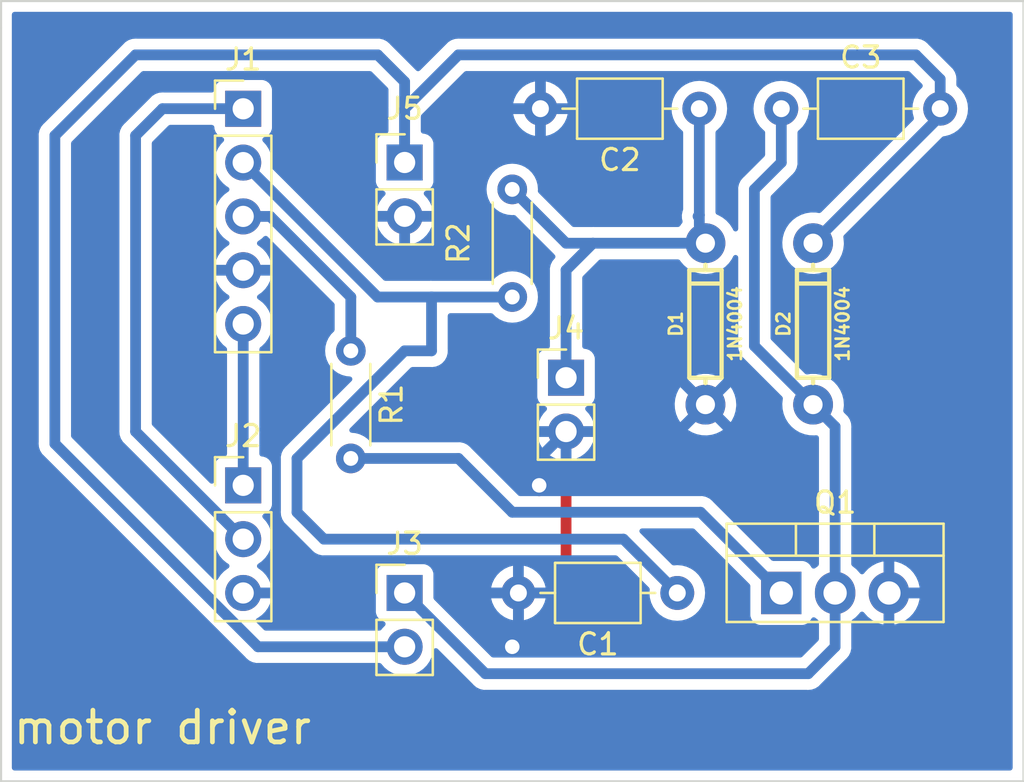
<source format=kicad_pcb>
(kicad_pcb (version 20211014) (generator pcbnew)
  (layers (0 "F.Cu" signal) (31 "B.Cu" signal) (34 "B.Paste" user) (35 "F.Paste" user) (36 "B.SilkS" user "B.Silkscreen") (37 "F.SilkS" user "F.Silkscreen") (38 "B.Mask" user) (39 "F.Mask" user) (44 "Edge.Cuts" user))
  (net 0 "")
  (net 1 "Net-(C1-Pad1)")
  (net 2 "GND")
  (net 3 "Net-(C2-Pad1)")
  (net 4 "Net-(C3-Pad1)")
  (net 5 "Net-(C3-Pad2)")
  (net 6 "Net-(J1-Pad1)")
  (net 7 "Net-(J1-Pad3)")
  (net 8 "VCC")
  (net 9 "Net-(Q1-Pad1)")
  (footprint "Connector_PinHeader_2.54mm:PinHeader_1x02_P2.54mm_Vertical" (layer "F.Cu") (at 99.06 55.88)
    (fp_text reference "J5" (at 0 -2.54) (layer "F.SilkS"))
    (fp_text value "BAT")
    (fp_line (start -1.33 3.87) (end 1.33 3.87) (layer "F.SilkS") (width 0.12))
    (fp_line (start -1.33 1.27) (end -1.33 3.87) (layer "F.SilkS") (width 0.12))
    (fp_line (start -1.33 -1.33) (end 0 -1.33) (layer "F.SilkS") (width 0.12))
    (fp_line (start 1.33 1.27) (end 1.33 3.87) (layer "F.SilkS") (width 0.12))
    (fp_line (start -1.33 0) (end -1.33 -1.33) (layer "F.SilkS") (width 0.12))
    (fp_line (start -1.33 1.27) (end 1.33 1.27) (layer "F.SilkS") (width 0.12))
    (pad "1" thru_hole rect (at 0 0) (size 1.7 1.7) (drill 1) (layers *.Cu *.Mask) (net 5 "Net-(C3-Pad2)"))
    (pad "2" thru_hole oval (at 0 2.54) (size 1.7 1.7) (drill 1) (layers *.Cu *.Mask) (net 2 "GND"))
  )
  (footprint "Connector_PinHeader_2.54mm:PinHeader_1x02_P2.54mm_Vertical" (layer "F.Cu") (at 99.06 76.2)
    (fp_text reference "J3" (at 0 -2.33) (layer "F.SilkS"))
    (fp_text value "MOTOR")
    (fp_line (start -1.33 1.27) (end 1.33 1.27) (layer "F.SilkS") (width 0.12))
    (fp_line (start -1.33 -1.33) (end 0 -1.33) (layer "F.SilkS") (width 0.12))
    (fp_line (start -1.33 0) (end -1.33 -1.33) (layer "F.SilkS") (width 0.12))
    (fp_line (start -1.33 1.27) (end -1.33 3.87) (layer "F.SilkS") (width 0.12))
    (fp_line (start 1.33 1.27) (end 1.33 3.87) (layer "F.SilkS") (width 0.12))
    (fp_line (start -1.33 3.87) (end 1.33 3.87) (layer "F.SilkS") (width 0.12))
    (pad "1" thru_hole rect (at 0 0) (size 1.7 1.7) (drill 1) (layers *.Cu *.Mask) (net 4 "Net-(C3-Pad1)"))
    (pad "2" thru_hole oval (at 0 2.54) (size 1.7 1.7) (drill 1) (layers *.Cu *.Mask) (net 5 "Net-(C3-Pad2)"))
  )
  (footprint "Silicon-Custom:DIODE-1N4148" (layer "F.Cu") (at 118.34 63.5 90)
    (fp_text reference "D2" (at 0 -1.397 90) (layer "F.SilkS") (effects (font (size 0.6096 0.6096) (thickness 0.127))))
    (fp_text value "1N4004" (at 0 1.397 90) (layer "F.SilkS") (effects (font (size 0.6096 0.6096) (thickness 0.127))))
    (fp_line (start 2.54 -0.762) (end 2.54 0) (layer "F.SilkS") (width 0.2032))
    (fp_line (start -2.54 0.762) (end -2.54 0) (layer "F.SilkS") (width 0.2032))
    (fp_line (start 2.54 0) (end 2.794 0) (layer "F.SilkS") (width 0.2032))
    (fp_line (start 2.54 0.762) (end -2.54 0.762) (layer "F.SilkS") (width 0.2032))
    (fp_line (start -2.54 0) (end -2.54 -0.762) (layer "F.SilkS") (width 0.2032))
    (fp_line (start 2.54 0) (end 2.54 0.762) (layer "F.SilkS") (width 0.2032))
    (fp_line (start -2.54 -0.762) (end 2.54 -0.762) (layer "F.SilkS") (width 0.2032))
    (fp_line (start 1.905 -0.635) (end 1.905 0.635) (layer "F.SilkS") (width 0.2032))
    (fp_line (start -2.54 0) (end -2.794 0) (layer "F.SilkS") (width 0.2032))
    (pad "A" thru_hole circle locked (at -3.81 0 90) (size 1.8796 1.8796) (drill 0.89916) (layers *.Cu *.Mask) (net 4 "Net-(C3-Pad1)"))
    (pad "C" thru_hole circle locked (at 3.81 0 90) (size 1.8796 1.8796) (drill 0.89916) (layers *.Cu *.Mask) (net 5 "Net-(C3-Pad2)"))
  )
  (footprint "Capacitor_THT:C_Axial_L3.8mm_D2.6mm_P7.50mm_Horizontal" (layer "F.Cu") (at 116.84 53.34)
    (fp_text reference "C3" (at 3.75 -2.42) (layer "F.SilkS"))
    (fp_text value "0.1u")
    (fp_line (start 1.04 0) (end 1.73 0) (layer "F.SilkS") (width 0.12))
    (fp_line (start 1.73 -1.42) (end 1.73 1.42) (layer "F.SilkS") (width 0.12))
    (fp_line (start 6.46 0) (end 5.77 0) (layer "F.SilkS") (width 0.12))
    (fp_line (start 5.77 1.42) (end 5.77 -1.42) (layer "F.SilkS") (width 0.12))
    (fp_line (start 1.73 1.42) (end 5.77 1.42) (layer "F.SilkS") (width 0.12))
    (fp_line (start 5.77 -1.42) (end 1.73 -1.42) (layer "F.SilkS") (width 0.12))
    (pad "1" thru_hole circle (at 0 0) (size 1.6 1.6) (drill 0.8) (layers *.Cu *.Mask) (net 4 "Net-(C3-Pad1)"))
    (pad "2" thru_hole oval (at 7.5 0) (size 1.6 1.6) (drill 0.8) (layers *.Cu *.Mask) (net 5 "Net-(C3-Pad2)"))
  )
  (footprint "Connector_PinHeader_2.54mm:PinHeader_1x03_P2.54mm_Vertical" (layer "F.Cu") (at 91.44 71.12)
    (fp_text reference "J2" (at 0 -2.33) (layer "F.SilkS"))
    (fp_text value "POT")
    (fp_line (start -1.33 1.27) (end 1.33 1.27) (layer "F.SilkS") (width 0.12))
    (fp_line (start 1.33 1.27) (end 1.33 6.41) (layer "F.SilkS") (width 0.12))
    (fp_line (start -1.33 6.41) (end 1.33 6.41) (layer "F.SilkS") (width 0.12))
    (fp_line (start -1.33 1.27) (end -1.33 6.41) (layer "F.SilkS") (width 0.12))
    (fp_line (start -1.33 0) (end -1.33 -1.33) (layer "F.SilkS") (width 0.12))
    (fp_line (start -1.33 -1.33) (end 0 -1.33) (layer "F.SilkS") (width 0.12))
    (pad "1" thru_hole rect (at 0 0) (size 1.7 1.7) (drill 1) (layers *.Cu *.Mask) (net 8 "VCC"))
    (pad "2" thru_hole oval (at 0 2.54) (size 1.7 1.7) (drill 1) (layers *.Cu *.Mask) (net 6 "Net-(J1-Pad1)"))
    (pad "3" thru_hole oval (at 0 5.08) (size 1.7 1.7) (drill 1) (layers *.Cu *.Mask) (net 2 "GND"))
  )
  (footprint "Package_TO_SOT_THT:TO-220-3_Vertical" (layer "F.Cu") (at 116.84 76.2)
    (fp_text reference "Q1" (at 2.54 -4.27) (layer "F.SilkS"))
    (fp_text value "2SK2341")
    (fp_line (start 4.391 -3.27) (end 4.391 -1.76) (layer "F.SilkS") (width 0.12))
    (fp_line (start 7.66 -3.27) (end 7.66 1.371) (layer "F.SilkS") (width 0.12))
    (fp_line (start -2.58 -3.27) (end -2.58 1.371) (layer "F.SilkS") (width 0.12))
    (fp_line (start 0.69 -3.27) (end 0.69 -1.76) (layer "F.SilkS") (width 0.12))
    (fp_line (start -2.58 1.371) (end 7.66 1.371) (layer "F.SilkS") (width 0.12))
    (fp_line (start -2.58 -1.76) (end 7.66 -1.76) (layer "F.SilkS") (width 0.12))
    (fp_line (start -2.58 -3.27) (end 7.66 -3.27) (layer "F.SilkS") (width 0.12))
    (pad "1" thru_hole rect (at 0 0) (size 1.905 2) (drill 1.1) (layers *.Cu *.Mask) (net 9 "Net-(Q1-Pad1)"))
    (pad "2" thru_hole oval (at 2.54 0) (size 1.905 2) (drill 1.1) (layers *.Cu *.Mask) (net 4 "Net-(C3-Pad1)"))
    (pad "3" thru_hole oval (at 5.08 0) (size 1.905 2) (drill 1.1) (layers *.Cu *.Mask) (net 2 "GND"))
  )
  (footprint "Silicon-Custom:DIODE-1N4148" (layer "F.Cu") (at 113.26 63.5 90)
    (fp_text reference "D1" (at 0 -1.397 90) (layer "F.SilkS") (effects (font (size 0.6096 0.6096) (thickness 0.127))))
    (fp_text value "1N4004" (at 0 1.397 90) (layer "F.SilkS") (effects (font (size 0.6096 0.6096) (thickness 0.127))))
    (fp_line (start 2.54 -0.762) (end 2.54 0) (layer "F.SilkS") (width 0.2032))
    (fp_line (start -2.54 0.762) (end -2.54 0) (layer "F.SilkS") (width 0.2032))
    (fp_line (start 2.54 0) (end 2.794 0) (layer "F.SilkS") (width 0.2032))
    (fp_line (start 2.54 0) (end 2.54 0.762) (layer "F.SilkS") (width 0.2032))
    (fp_line (start 1.905 -0.635) (end 1.905 0.635) (layer "F.SilkS") (width 0.2032))
    (fp_line (start -2.54 -0.762) (end 2.54 -0.762) (layer "F.SilkS") (width 0.2032))
    (fp_line (start 2.54 0.762) (end -2.54 0.762) (layer "F.SilkS") (width 0.2032))
    (fp_line (start -2.54 0) (end -2.54 -0.762) (layer "F.SilkS") (width 0.2032))
    (fp_line (start -2.54 0) (end -2.794 0) (layer "F.SilkS") (width 0.2032))
    (pad "A" thru_hole circle locked (at -3.81 0 90) (size 1.8796 1.8796) (drill 0.89916) (layers *.Cu *.Mask) (net 2 "GND"))
    (pad "C" thru_hole circle locked (at 3.81 0 90) (size 1.8796 1.8796) (drill 0.89916) (layers *.Cu *.Mask) (net 3 "Net-(C2-Pad1)"))
  )
  (footprint "Capacitor_THT:C_Axial_L3.8mm_D2.6mm_P7.50mm_Horizontal" (layer "F.Cu") (at 112.97 53.34 180)
    (fp_text reference "C2" (at 3.75 -2.42) (layer "F.SilkS"))
    (fp_text value "0.1u")
    (fp_line (start 1.04 0) (end 1.73 0) (layer "F.SilkS") (width 0.12))
    (fp_line (start 5.77 1.42) (end 5.77 -1.42) (layer "F.SilkS") (width 0.12))
    (fp_line (start 1.73 -1.42) (end 1.73 1.42) (layer "F.SilkS") (width 0.12))
    (fp_line (start 6.46 0) (end 5.77 0) (layer "F.SilkS") (width 0.12))
    (fp_line (start 1.73 1.42) (end 5.77 1.42) (layer "F.SilkS") (width 0.12))
    (fp_line (start 5.77 -1.42) (end 1.73 -1.42) (layer "F.SilkS") (width 0.12))
    (pad "1" thru_hole circle (at 0 0 180) (size 1.6 1.6) (drill 0.8) (layers *.Cu *.Mask) (net 3 "Net-(C2-Pad1)"))
    (pad "2" thru_hole oval (at 7.5 0 180) (size 1.6 1.6) (drill 0.8) (layers *.Cu *.Mask) (net 2 "GND"))
  )
  (footprint "Connector_PinHeader_2.54mm:PinHeader_1x02_P2.54mm_Vertical" (layer "F.Cu") (at 106.68 66.04)
    (fp_text reference "J4" (at 0 -2.33) (layer "F.SilkS"))
    (fp_text value "TACHO")
    (fp_line (start -1.33 -1.33) (end 0 -1.33) (layer "F.SilkS") (width 0.12))
    (fp_line (start -1.33 0) (end -1.33 -1.33) (layer "F.SilkS") (width 0.12))
    (fp_line (start -1.33 3.87) (end 1.33 3.87) (layer "F.SilkS") (width 0.12))
    (fp_line (start 1.33 1.27) (end 1.33 3.87) (layer "F.SilkS") (width 0.12))
    (fp_line (start -1.33 1.27) (end -1.33 3.87) (layer "F.SilkS") (width 0.12))
    (fp_line (start -1.33 1.27) (end 1.33 1.27) (layer "F.SilkS") (width 0.12))
    (pad "1" thru_hole rect (at 0 0) (size 1.7 1.7) (drill 1) (layers *.Cu *.Mask) (net 3 "Net-(C2-Pad1)"))
    (pad "2" thru_hole oval (at 0 2.54) (size 1.7 1.7) (drill 1) (layers *.Cu *.Mask) (net 2 "GND"))
  )
  (footprint "Connector_PinHeader_2.54mm:PinHeader_1x05_P2.54mm_Vertical" (layer "F.Cu") (at 91.44 53.345)
    (fp_text reference "J1" (at 0 -2.33) (layer "F.SilkS"))
    (fp_text value "ARDUINO")
    (fp_line (start 1.33 1.27) (end 1.33 11.49) (layer "F.SilkS") (width 0.12))
    (fp_line (start -1.33 -1.33) (end 0 -1.33) (layer "F.SilkS") (width 0.12))
    (fp_line (start -1.33 11.49) (end 1.33 11.49) (layer "F.SilkS") (width 0.12))
    (fp_line (start -1.33 0) (end -1.33 -1.33) (layer "F.SilkS") (width 0.12))
    (fp_line (start -1.33 1.27) (end 1.33 1.27) (layer "F.SilkS") (width 0.12))
    (fp_line (start -1.33 1.27) (end -1.33 11.49) (layer "F.SilkS") (width 0.12))
    (pad "1" thru_hole rect (at 0 0) (size 1.7 1.7) (drill 1) (layers *.Cu *.Mask) (net 6 "Net-(J1-Pad1)"))
    (pad "2" thru_hole oval (at 0 2.54) (size 1.7 1.7) (drill 1) (layers *.Cu *.Mask) (net 1 "Net-(C1-Pad1)"))
    (pad "3" thru_hole oval (at 0 5.08) (size 1.7 1.7) (drill 1) (layers *.Cu *.Mask) (net 7 "Net-(J1-Pad3)"))
    (pad "4" thru_hole oval (at 0 7.62) (size 1.7 1.7) (drill 1) (layers *.Cu *.Mask) (net 2 "GND"))
    (pad "5" thru_hole oval (at 0 10.16) (size 1.7 1.7) (drill 1) (layers *.Cu *.Mask) (net 8 "VCC"))
  )
  (footprint "Resistor_THT:R_Axial_DIN0204_L3.6mm_D1.6mm_P5.08mm_Horizontal" (layer "F.Cu") (at 104.14 62.23 90)
    (fp_text reference "R2" (at 2.54 -2.54 90) (layer "F.SilkS"))
    (fp_text value "100k")
    (fp_line (start 0.62 -0.92) (end 4.46 -0.92) (layer "F.SilkS") (width 0.12))
    (fp_line (start 0.62 0.92) (end 4.46 0.92) (layer "F.SilkS") (width 0.12))
    (pad "1" thru_hole circle (at 0 0 90) (size 1.4 1.4) (drill 0.7) (layers *.Cu *.Mask) (net 1 "Net-(C1-Pad1)"))
    (pad "2" thru_hole oval (at 5.08 0 90) (size 1.4 1.4) (drill 0.7) (layers *.Cu *.Mask) (net 3 "Net-(C2-Pad1)"))
  )
  (footprint "Resistor_THT:R_Axial_DIN0204_L3.6mm_D1.6mm_P5.08mm_Horizontal" (layer "F.Cu") (at 96.52 64.77 -90)
    (fp_text reference "R1" (at 2.54 -1.92 90) (layer "F.SilkS"))
    (fp_text value "1.5k")
    (fp_line (start 0.62 0.92) (end 4.46 0.92) (layer "F.SilkS") (width 0.12))
    (fp_line (start 0.62 -0.92) (end 4.46 -0.92) (layer "F.SilkS") (width 0.12))
    (pad "1" thru_hole circle (at 0 0 270) (size 1.4 1.4) (drill 0.7) (layers *.Cu *.Mask) (net 7 "Net-(J1-Pad3)"))
    (pad "2" thru_hole oval (at 5.08 0 270) (size 1.4 1.4) (drill 0.7) (layers *.Cu *.Mask) (net 9 "Net-(Q1-Pad1)"))
  )
  (footprint "Capacitor_THT:C_Axial_L3.8mm_D2.6mm_P7.50mm_Horizontal" (layer "F.Cu") (at 111.93 76.2 180)
    (fp_text reference "C1" (at 3.75 -2.42) (layer "F.SilkS"))
    (fp_text value "0.1u")
    (fp_line (start 5.77 1.42) (end 5.77 -1.42) (layer "F.SilkS") (width 0.12))
    (fp_line (start 1.73 1.42) (end 5.77 1.42) (layer "F.SilkS") (width 0.12))
    (fp_line (start 6.46 0) (end 5.77 0) (layer "F.SilkS") (width 0.12))
    (fp_line (start 1.73 -1.42) (end 1.73 1.42) (layer "F.SilkS") (width 0.12))
    (fp_line (start 1.04 0) (end 1.73 0) (layer "F.SilkS") (width 0.12))
    (fp_line (start 5.77 -1.42) (end 1.73 -1.42) (layer "F.SilkS") (width 0.12))
    (pad "1" thru_hole circle (at 0 0 180) (size 1.6 1.6) (drill 0.8) (layers *.Cu *.Mask) (net 1 "Net-(C1-Pad1)"))
    (pad "2" thru_hole oval (at 7.5 0 180) (size 1.6 1.6) (drill 0.8) (layers *.Cu *.Mask) (net 2 "GND"))
  )
  (gr_line (start 80.01 49.53) (end 80.01 85.09) (layer "Edge.Cuts") (width 0.1))
  (gr_line (start 80.01 85.09) (end 128.27 85.09) (layer "Edge.Cuts") (width 0.1))
  (gr_line (start 80.01 48.26) (end 80.01 49.53) (layer "Edge.Cuts") (width 0.1))
  (gr_line (start 128.27 48.26) (end 80.01 48.26) (layer "Edge.Cuts") (width 0.1))
  (gr_line (start 128.27 85.09) (end 128.27 48.26) (layer "Edge.Cuts") (width 0.1))
  (gr_text "motor driver" (at 87.63 82.55) (layer "F.SilkS") (effects (font (size 1.5 1.5) (thickness 0.2238))))
  (segment (start 97.785 62.23) (end 100.33 62.23) (width 0.508) (layer "B.Cu") (net 1))
  (segment (start 111.93 76.2) (end 109.39 73.66) (width 0.508) (layer "B.Cu") (net 1))
  (segment (start 109.39 73.66) (end 95.25 73.66) (width 0.508) (layer "B.Cu") (net 1))
  (segment (start 93.98 72.39) (end 93.98 69.85) (width 0.508) (layer "B.Cu") (net 1))
  (segment (start 93.98 69.85) (end 99.06 64.77) (width 0.508) (layer "B.Cu") (net 1))
  (segment (start 100.33 62.23) (end 104.14 62.23) (width 0.508) (layer "B.Cu") (net 1))
  (segment (start 99.06 64.77) (end 100.33 64.77) (width 0.508) (layer "B.Cu") (net 1))
  (segment (start 91.44 55.885) (end 97.785 62.23) (width 0.508) (layer "B.Cu") (net 1))
  (segment (start 109.39 73.66) (end 109.22 73.66) (width 0.25) (layer "B.Cu") (net 1))
  (segment (start 100.33 64.77) (end 100.33 62.23) (width 0.508) (layer "B.Cu") (net 1))
  (segment (start 95.25 73.66) (end 93.98 72.39) (width 0.508) (layer "B.Cu") (net 1))
  (segment (start 106.68 76.2) (end 106.68 71.12) (width 0.508) (layer "F.Cu") (net 2))
  (segment (start 106.68 71.12) (end 105.41 71.12) (width 0.508) (layer "F.Cu") (net 2))
  (segment (start 104.14 78.74) (end 106.68 76.2) (width 0.508) (layer "F.Cu") (net 2))
  (via (at 105.41 71.12) (size 1.016) (drill 0.6858) (layers "F.Cu" "B.Cu") (net 2))
  (via (at 104.14 78.74) (size 1.016) (drill 0.6858) (layers "F.Cu" "B.Cu") (net 2))
  (segment (start 105.41 71.12) (end 105.41 69.85) (width 0.508) (layer "B.Cu") (net 2))
  (segment (start 105.41 69.85) (end 106.68 68.58) (width 0.508) (layer "B.Cu") (net 2))
  (segment (start 104.43 78.45) (end 104.43 76.2) (width 0.508) (layer "B.Cu") (net 2))
  (segment (start 104.43 76.2) (end 104.14 76.2) (width 0.508) (layer "B.Cu") (net 2))
  (segment (start 104.14 78.74) (end 104.43 78.45) (width 0.508) (layer "B.Cu") (net 2))
  (segment (start 112.97 53.34) (end 112.97 58.36) (width 0.508) (layer "B.Cu") (net 3))
  (segment (start 106.68 60.96) (end 107.95 59.69) (width 0.508) (layer "B.Cu") (net 3))
  (segment (start 112.91 58.42) (end 112.97 58.36) (width 0.508) (layer "B.Cu") (net 3))
  (segment (start 106.68 66.04) (end 106.68 60.96) (width 0.508) (layer "B.Cu") (net 3))
  (segment (start 107.95 59.69) (end 106.68 59.69) (width 0.508) (layer "B.Cu") (net 3))
  (segment (start 113.26 59.69) (end 107.95 59.69) (width 0.508) (layer "B.Cu") (net 3))
  (segment (start 112.97 58.36) (end 112.97 59.4) (width 0.508) (layer "B.Cu") (net 3))
  (segment (start 106.68 59.69) (end 104.14 57.15) (width 0.508) (layer "B.Cu") (net 3))
  (segment (start 112.97 59.4) (end 113.26 59.69) (width 0.508) (layer "B.Cu") (net 3))
  (segment (start 119.38 68.35) (end 118.34 67.31) (width 0.508) (layer "B.Cu") (net 4))
  (segment (start 115.57 57.15) (end 115.57 64.54) (width 0.508) (layer "B.Cu") (net 4))
  (segment (start 115.57 64.54) (end 118.34 67.31) (width 0.508) (layer "B.Cu") (net 4))
  (segment (start 99.06 76.2) (end 102.87 80.01) (width 0.508) (layer "B.Cu") (net 4))
  (segment (start 102.87 80.01) (end 118.11 80.01) (width 0.508) (layer "B.Cu") (net 4))
  (segment (start 116.84 53.34) (end 116.84 55.88) (width 0.508) (layer "B.Cu") (net 4))
  (segment (start 116.84 55.88) (end 115.57 57.15) (width 0.508) (layer "B.Cu") (net 4))
  (segment (start 118.11 80.01) (end 119.38 78.74) (width 0.508) (layer "B.Cu") (net 4))
  (segment (start 119.38 78.74) (end 119.38 76.2) (width 0.508) (layer "B.Cu") (net 4))
  (segment (start 119.38 76.2) (end 119.38 68.35) (width 0.508) (layer "B.Cu") (net 4))
  (segment (start 99.06 53.34) (end 101.6 50.8) (width 0.508) (layer "B.Cu") (net 5))
  (segment (start 92.136556 78.74) (end 82.55 69.153444) (width 0.508) (layer "B.Cu") (net 5))
  (segment (start 101.6 50.8) (end 123.19 50.8) (width 0.508) (layer "B.Cu") (net 5))
  (segment (start 118.34 59.69) (end 124.34 53.69) (width 0.508) (layer "B.Cu") (net 5))
  (segment (start 124.34 53.69) (end 124.34 53.34) (width 0.508) (layer "B.Cu") (net 5))
  (segment (start 82.55 69.153444) (end 82.55 54.61) (width 0.508) (layer "B.Cu") (net 5))
  (segment (start 99.06 78.74) (end 92.136556 78.74) (width 0.508) (layer "B.Cu") (net 5))
  (segment (start 123.19 50.8) (end 124.34 51.95) (width 0.508) (layer "B.Cu") (net 5))
  (segment (start 97.79 50.8) (end 99.06 52.07) (width 0.508) (layer "B.Cu") (net 5))
  (segment (start 124.34 51.95) (end 124.34 53.34) (width 0.508) (layer "B.Cu") (net 5))
  (segment (start 99.06 52.07) (end 99.06 55.88) (width 0.508) (layer "B.Cu") (net 5))
  (segment (start 99.06 55.88) (end 99.06 53.34) (width 0.508) (layer "B.Cu") (net 5))
  (segment (start 86.36 50.8) (end 97.79 50.8) (width 0.508) (layer "B.Cu") (net 5))
  (segment (start 82.55 54.61) (end 86.36 50.8) (width 0.508) (layer "B.Cu") (net 5))
  (segment (start 86.36 54.61) (end 86.36 68.58) (width 0.508) (layer "B.Cu") (net 6))
  (segment (start 91.44 53.34) (end 87.63 53.34) (width 0.508) (layer "B.Cu") (net 6))
  (segment (start 86.36 68.58) (end 91.44 73.66) (width 0.508) (layer "B.Cu") (net 6))
  (segment (start 87.63 53.34) (end 86.36 54.61) (width 0.508) (layer "B.Cu") (net 6))
  (segment (start 91.44 53.345) (end 91.44 53.34) (width 0.508) (layer "B.Cu") (net 6))
  (segment (start 92.715 58.425) (end 96.52 62.23) (width 0.508) (layer "B.Cu") (net 7))
  (segment (start 91.44 58.425) (end 92.715 58.425) (width 0.508) (layer "B.Cu") (net 7))
  (segment (start 91.44 58.425) (end 91.44 58.42) (width 0.25) (layer "B.Cu") (net 7))
  (segment (start 96.52 62.23) (end 96.52 64.77) (width 0.508) (layer "B.Cu") (net 7))
  (segment (start 91.44 63.505) (end 91.44 71.12) (width 0.508) (layer "B.Cu") (net 8))
  (segment (start 113.03 72.39) (end 116.84 76.2) (width 0.508) (layer "B.Cu") (net 9))
  (segment (start 104.14 72.39) (end 113.03 72.39) (width 0.508) (layer "B.Cu") (net 9))
  (segment (start 101.6 69.85) (end 104.14 72.39) (width 0.508) (layer "B.Cu") (net 9))
  (segment (start 96.52 69.85) (end 101.6 69.85) (width 0.508) (layer "B.Cu") (net 9))
  (zone (net 2) (net_name "GND") (layer "B.Cu") (connect_pads (clearance 0.508)) (min_thickness 0.254) (fill yes (thermal_gap 0.508) (thermal_bridge_width 0.508))
    (polygon (pts (xy 128.27 85.09) (xy 80.01 85.09) (xy 80.01 48.26) (xy 128.27 48.26)))
  )
)
</source>
